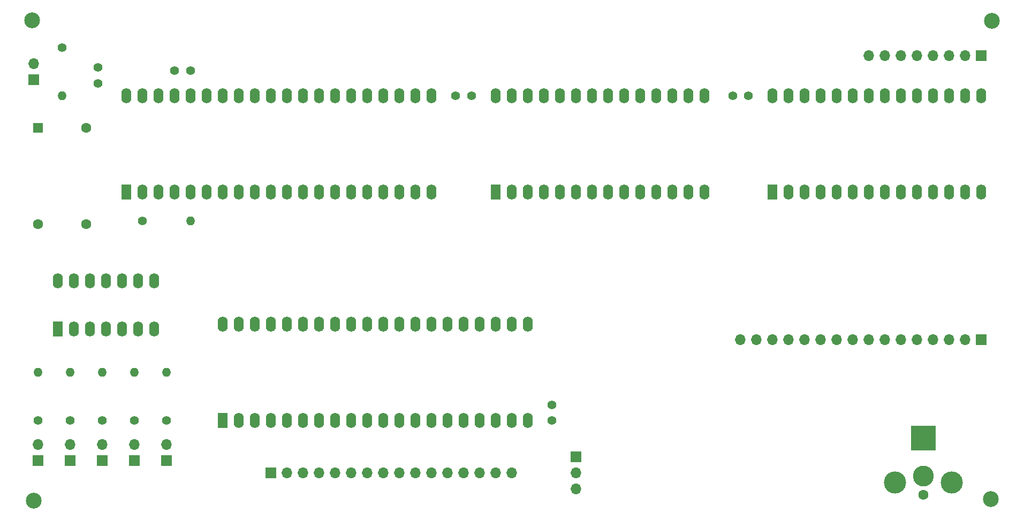
<source format=gbr>
%TF.GenerationSoftware,KiCad,Pcbnew,(5.1.8-0-10_14)*%
%TF.CreationDate,2020-12-19T18:42:48-08:00*%
%TF.ProjectId,Ben6502,42656e36-3530-4322-9e6b-696361645f70,rev?*%
%TF.SameCoordinates,Original*%
%TF.FileFunction,Soldermask,Bot*%
%TF.FilePolarity,Negative*%
%FSLAX46Y46*%
G04 Gerber Fmt 4.6, Leading zero omitted, Abs format (unit mm)*
G04 Created by KiCad (PCBNEW (5.1.8-0-10_14)) date 2020-12-19 18:42:48*
%MOMM*%
%LPD*%
G01*
G04 APERTURE LIST*
%ADD10C,1.600000*%
%ADD11C,3.500000*%
%ADD12C,3.300000*%
%ADD13R,4.000000X4.000000*%
%ADD14O,1.700000X1.700000*%
%ADD15R,1.700000X1.700000*%
%ADD16C,2.500000*%
%ADD17O,1.600000X2.400000*%
%ADD18R,1.600000X2.400000*%
%ADD19R,1.600000X1.600000*%
%ADD20O,1.400000X1.400000*%
%ADD21C,1.400000*%
G04 APERTURE END LIST*
D10*
%TO.C,J3*%
X230251000Y-131174000D03*
D11*
X234751000Y-129174000D03*
X225751000Y-129174000D03*
D12*
X230251000Y-128174000D03*
D13*
X230251000Y-122174000D03*
%TD*%
D14*
%TO.C,J2*%
X201295000Y-106553000D03*
X203835000Y-106553000D03*
X206375000Y-106553000D03*
X208915000Y-106553000D03*
X211455000Y-106553000D03*
X213995000Y-106553000D03*
X216535000Y-106553000D03*
X219075000Y-106553000D03*
X221615000Y-106553000D03*
X224155000Y-106553000D03*
X226695000Y-106553000D03*
X229235000Y-106553000D03*
X231775000Y-106553000D03*
X234315000Y-106553000D03*
X236855000Y-106553000D03*
D15*
X239395000Y-106553000D03*
%TD*%
D14*
%TO.C,J1*%
X221615000Y-61595000D03*
X224155000Y-61595000D03*
X226695000Y-61595000D03*
X229235000Y-61595000D03*
X231775000Y-61595000D03*
X234315000Y-61595000D03*
X236855000Y-61595000D03*
D15*
X239395000Y-61595000D03*
%TD*%
D16*
%TO.C,H4*%
X240919000Y-131826000D03*
%TD*%
%TO.C,H3*%
X241046000Y-56134000D03*
%TD*%
%TO.C,H2*%
X89535000Y-132080000D03*
%TD*%
%TO.C,H1*%
X89281000Y-56007000D03*
%TD*%
D17*
%TO.C,U5*%
X206375000Y-67945000D03*
X239395000Y-83185000D03*
X208915000Y-67945000D03*
X236855000Y-83185000D03*
X211455000Y-67945000D03*
X234315000Y-83185000D03*
X213995000Y-67945000D03*
X231775000Y-83185000D03*
X216535000Y-67945000D03*
X229235000Y-83185000D03*
X219075000Y-67945000D03*
X226695000Y-83185000D03*
X221615000Y-67945000D03*
X224155000Y-83185000D03*
X224155000Y-67945000D03*
X221615000Y-83185000D03*
X226695000Y-67945000D03*
X219075000Y-83185000D03*
X229235000Y-67945000D03*
X216535000Y-83185000D03*
X231775000Y-67945000D03*
X213995000Y-83185000D03*
X234315000Y-67945000D03*
X211455000Y-83185000D03*
X236855000Y-67945000D03*
X208915000Y-83185000D03*
X239395000Y-67945000D03*
D18*
X206375000Y-83185000D03*
%TD*%
D17*
%TO.C,U2*%
X162560000Y-67945000D03*
X195580000Y-83185000D03*
X165100000Y-67945000D03*
X193040000Y-83185000D03*
X167640000Y-67945000D03*
X190500000Y-83185000D03*
X170180000Y-67945000D03*
X187960000Y-83185000D03*
X172720000Y-67945000D03*
X185420000Y-83185000D03*
X175260000Y-67945000D03*
X182880000Y-83185000D03*
X177800000Y-67945000D03*
X180340000Y-83185000D03*
X180340000Y-67945000D03*
X177800000Y-83185000D03*
X182880000Y-67945000D03*
X175260000Y-83185000D03*
X185420000Y-67945000D03*
X172720000Y-83185000D03*
X187960000Y-67945000D03*
X170180000Y-83185000D03*
X190500000Y-67945000D03*
X167640000Y-83185000D03*
X193040000Y-67945000D03*
X165100000Y-83185000D03*
X195580000Y-67945000D03*
D18*
X162560000Y-83185000D03*
%TD*%
D10*
%TO.C,X1*%
X90170000Y-88265000D03*
X97790000Y-88265000D03*
X97790000Y-73025000D03*
D19*
X90170000Y-73025000D03*
%TD*%
D17*
%TO.C,U6*%
X93345000Y-97282000D03*
X108585000Y-104902000D03*
X95885000Y-97282000D03*
X106045000Y-104902000D03*
X98425000Y-97282000D03*
X103505000Y-104902000D03*
X100965000Y-97282000D03*
X100965000Y-104902000D03*
X103505000Y-97282000D03*
X98425000Y-104902000D03*
X106045000Y-97282000D03*
X95885000Y-104902000D03*
X108585000Y-97282000D03*
D18*
X93345000Y-104902000D03*
%TD*%
D17*
%TO.C,U4*%
X119380000Y-104140000D03*
X167640000Y-119380000D03*
X121920000Y-104140000D03*
X165100000Y-119380000D03*
X124460000Y-104140000D03*
X162560000Y-119380000D03*
X127000000Y-104140000D03*
X160020000Y-119380000D03*
X129540000Y-104140000D03*
X157480000Y-119380000D03*
X132080000Y-104140000D03*
X154940000Y-119380000D03*
X134620000Y-104140000D03*
X152400000Y-119380000D03*
X137160000Y-104140000D03*
X149860000Y-119380000D03*
X139700000Y-104140000D03*
X147320000Y-119380000D03*
X142240000Y-104140000D03*
X144780000Y-119380000D03*
X144780000Y-104140000D03*
X142240000Y-119380000D03*
X147320000Y-104140000D03*
X139700000Y-119380000D03*
X149860000Y-104140000D03*
X137160000Y-119380000D03*
X152400000Y-104140000D03*
X134620000Y-119380000D03*
X154940000Y-104140000D03*
X132080000Y-119380000D03*
X157480000Y-104140000D03*
X129540000Y-119380000D03*
X160020000Y-104140000D03*
X127000000Y-119380000D03*
X162560000Y-104140000D03*
X124460000Y-119380000D03*
X165100000Y-104140000D03*
X121920000Y-119380000D03*
X167640000Y-104140000D03*
D18*
X119380000Y-119380000D03*
%TD*%
D17*
%TO.C,U3*%
X104140000Y-67945000D03*
X152400000Y-83185000D03*
X106680000Y-67945000D03*
X149860000Y-83185000D03*
X109220000Y-67945000D03*
X147320000Y-83185000D03*
X111760000Y-67945000D03*
X144780000Y-83185000D03*
X114300000Y-67945000D03*
X142240000Y-83185000D03*
X116840000Y-67945000D03*
X139700000Y-83185000D03*
X119380000Y-67945000D03*
X137160000Y-83185000D03*
X121920000Y-67945000D03*
X134620000Y-83185000D03*
X124460000Y-67945000D03*
X132080000Y-83185000D03*
X127000000Y-67945000D03*
X129540000Y-83185000D03*
X129540000Y-67945000D03*
X127000000Y-83185000D03*
X132080000Y-67945000D03*
X124460000Y-83185000D03*
X134620000Y-67945000D03*
X121920000Y-83185000D03*
X137160000Y-67945000D03*
X119380000Y-83185000D03*
X139700000Y-67945000D03*
X116840000Y-83185000D03*
X142240000Y-67945000D03*
X114300000Y-83185000D03*
X144780000Y-67945000D03*
X111760000Y-83185000D03*
X147320000Y-67945000D03*
X109220000Y-83185000D03*
X149860000Y-67945000D03*
X106680000Y-83185000D03*
X152400000Y-67945000D03*
D18*
X104140000Y-83185000D03*
%TD*%
D14*
%TO.C,U1*%
X165100000Y-127635000D03*
X162560000Y-127635000D03*
X160020000Y-127635000D03*
X157480000Y-127635000D03*
X154940000Y-127635000D03*
X152400000Y-127635000D03*
X149860000Y-127635000D03*
X147320000Y-127635000D03*
X144780000Y-127635000D03*
X142240000Y-127635000D03*
X139700000Y-127635000D03*
X137160000Y-127635000D03*
X134620000Y-127635000D03*
X132080000Y-127635000D03*
X129540000Y-127635000D03*
D15*
X127000000Y-127635000D03*
%TD*%
D14*
%TO.C,SW5*%
X90170000Y-123190000D03*
D15*
X90170000Y-125730000D03*
%TD*%
D14*
%TO.C,SW4*%
X95250000Y-123190000D03*
D15*
X95250000Y-125730000D03*
%TD*%
D14*
%TO.C,SW3*%
X100330000Y-123190000D03*
D15*
X100330000Y-125730000D03*
%TD*%
D14*
%TO.C,SW2*%
X105410000Y-123190000D03*
D15*
X105410000Y-125730000D03*
%TD*%
D14*
%TO.C,SW1*%
X110490000Y-123190000D03*
D15*
X110490000Y-125730000D03*
%TD*%
D14*
%TO.C,RV1*%
X175260000Y-130175000D03*
X175260000Y-127635000D03*
D15*
X175260000Y-125095000D03*
%TD*%
D14*
%TO.C,RESET1*%
X89535000Y-62865000D03*
D15*
X89535000Y-65405000D03*
%TD*%
D20*
%TO.C,R7*%
X90170000Y-111760000D03*
D21*
X90170000Y-119380000D03*
%TD*%
D20*
%TO.C,R6*%
X95250000Y-111760000D03*
D21*
X95250000Y-119380000D03*
%TD*%
D20*
%TO.C,R5*%
X100330000Y-111760000D03*
D21*
X100330000Y-119380000D03*
%TD*%
D20*
%TO.C,R4*%
X105410000Y-111760000D03*
D21*
X105410000Y-119380000D03*
%TD*%
D20*
%TO.C,R3*%
X110490000Y-111760000D03*
D21*
X110490000Y-119380000D03*
%TD*%
D20*
%TO.C,R2*%
X114300000Y-87757000D03*
D21*
X106680000Y-87757000D03*
%TD*%
D20*
%TO.C,R1*%
X93980000Y-67945000D03*
D21*
X93980000Y-60325000D03*
%TD*%
%TO.C,C5*%
X200065000Y-67945000D03*
X202565000Y-67945000D03*
%TD*%
%TO.C,C4*%
X171450000Y-116880000D03*
X171450000Y-119380000D03*
%TD*%
%TO.C,C3*%
X111800000Y-64008000D03*
X114300000Y-64008000D03*
%TD*%
%TO.C,C2*%
X156250000Y-67945000D03*
X158750000Y-67945000D03*
%TD*%
%TO.C,C1*%
X99695000Y-66000000D03*
X99695000Y-63500000D03*
%TD*%
M02*

</source>
